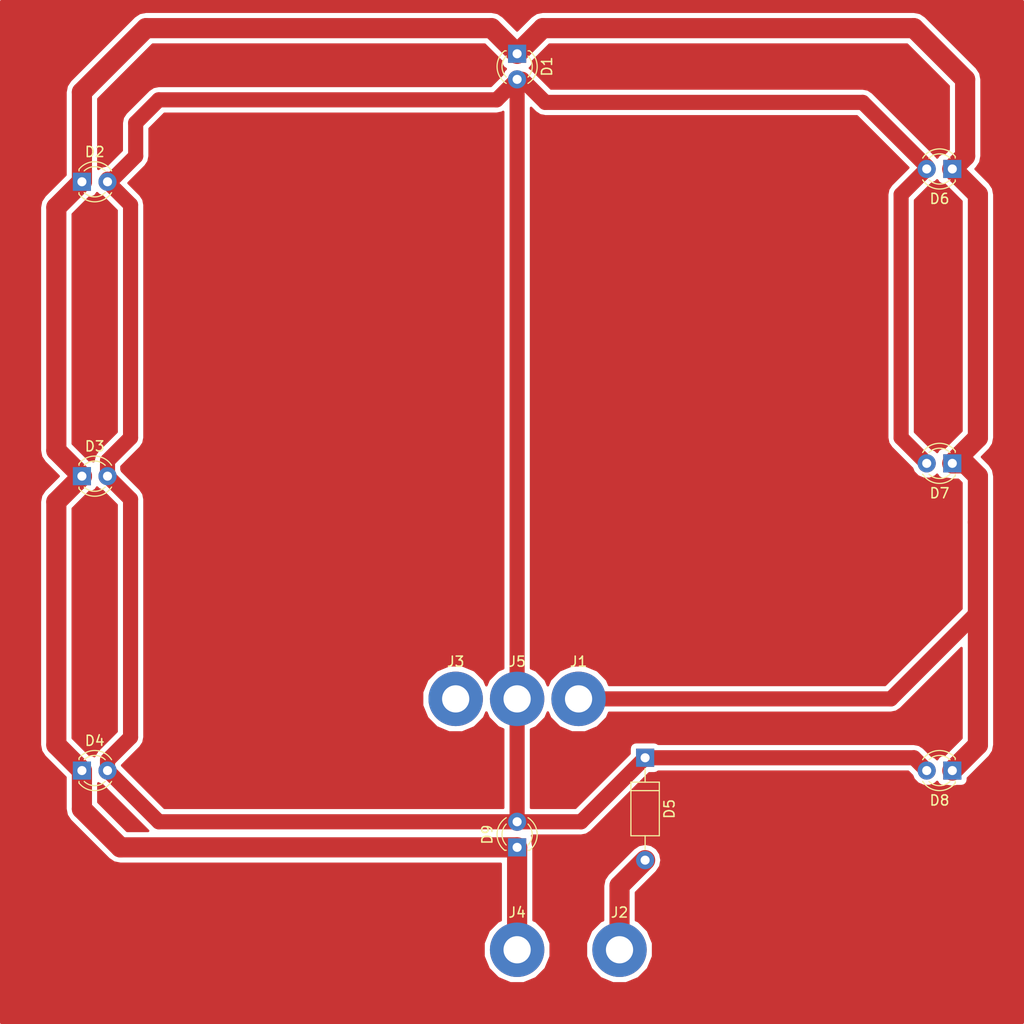
<source format=kicad_pcb>
(kicad_pcb (version 4) (host pcbnew 4.0.7)

  (general
    (links 19)
    (no_connects 0)
    (area 99.822 42.672 201.422001 144.272001)
    (thickness 1.6)
    (drawings 1)
    (tracks 65)
    (zones 0)
    (modules 14)
    (nets 5)
  )

  (page A4)
  (layers
    (0 F.Cu signal)
    (31 B.Cu signal)
    (32 B.Adhes user)
    (33 F.Adhes user)
    (34 B.Paste user)
    (35 F.Paste user)
    (36 B.SilkS user)
    (37 F.SilkS user)
    (38 B.Mask user)
    (39 F.Mask user)
    (40 Dwgs.User user)
    (41 Cmts.User user)
    (42 Eco1.User user)
    (43 Eco2.User user)
    (44 Edge.Cuts user)
    (45 Margin user)
    (46 B.CrtYd user)
    (47 F.CrtYd user)
    (48 B.Fab user)
    (49 F.Fab user)
  )

  (setup
    (last_trace_width 0.25)
    (trace_clearance 0.2)
    (zone_clearance 0.508)
    (zone_45_only yes)
    (trace_min 0.2)
    (segment_width 0.2)
    (edge_width 0.15)
    (via_size 0.6)
    (via_drill 0.4)
    (via_min_size 0.4)
    (via_min_drill 0.3)
    (uvia_size 0.3)
    (uvia_drill 0.1)
    (uvias_allowed no)
    (uvia_min_size 0.2)
    (uvia_min_drill 0.1)
    (pcb_text_width 0.3)
    (pcb_text_size 1.5 1.5)
    (mod_edge_width 0.15)
    (mod_text_size 1 1)
    (mod_text_width 0.15)
    (pad_size 1.524 1.524)
    (pad_drill 0.762)
    (pad_to_mask_clearance 0.2)
    (aux_axis_origin 0 0)
    (visible_elements 7FFFFFFF)
    (pcbplotparams
      (layerselection 0x00030_80000001)
      (usegerberextensions false)
      (excludeedgelayer true)
      (linewidth 0.100000)
      (plotframeref false)
      (viasonmask false)
      (mode 1)
      (useauxorigin false)
      (hpglpennumber 1)
      (hpglpenspeed 20)
      (hpglpendiameter 15)
      (hpglpenoverlay 2)
      (psnegative false)
      (psa4output false)
      (plotreference true)
      (plotvalue true)
      (plotinvisibletext false)
      (padsonsilk false)
      (subtractmaskfromsilk false)
      (outputformat 1)
      (mirror false)
      (drillshape 0)
      (scaleselection 1)
      (outputdirectory ""))
  )

  (net 0 "")
  (net 1 "Net-(D1-Pad1)")
  (net 2 "Net-(D1-Pad2)")
  (net 3 "Net-(D5-Pad2)")
  (net 4 +5V)

  (net_class Default "This is the default net class."
    (clearance 0.2)
    (trace_width 0.25)
    (via_dia 0.6)
    (via_drill 0.4)
    (uvia_dia 0.3)
    (uvia_drill 0.1)
  )

  (net_class gnd ""
    (clearance 0.2)
    (trace_width 2)
    (via_dia 0.6)
    (via_drill 0.4)
    (uvia_dia 0.3)
    (uvia_drill 0.1)
    (add_net "Net-(D5-Pad2)")
  )

  (net_class vcc ""
    (clearance 0.2)
    (trace_width 1.5)
    (via_dia 0.6)
    (via_drill 0.4)
    (uvia_dia 0.3)
    (uvia_drill 0.1)
    (add_net +5V)
    (add_net "Net-(D1-Pad1)")
    (add_net "Net-(D1-Pad2)")
  )

  (module LEDs:LED_D3.0mm (layer F.Cu) (tedit 587A3A7B) (tstamp 5A8872AB)
    (at 151.13 48.006 270)
    (descr "LED, diameter 3.0mm, 2 pins")
    (tags "LED diameter 3.0mm 2 pins")
    (path /5A81C869)
    (fp_text reference D1 (at 1.27 -2.96 270) (layer F.SilkS)
      (effects (font (size 1 1) (thickness 0.15)))
    )
    (fp_text value LED (at 1.27 2.96 270) (layer F.Fab)
      (effects (font (size 1 1) (thickness 0.15)))
    )
    (fp_arc (start 1.27 0) (end -0.23 -1.16619) (angle 284.3) (layer F.Fab) (width 0.1))
    (fp_arc (start 1.27 0) (end -0.29 -1.235516) (angle 108.8) (layer F.SilkS) (width 0.12))
    (fp_arc (start 1.27 0) (end -0.29 1.235516) (angle -108.8) (layer F.SilkS) (width 0.12))
    (fp_arc (start 1.27 0) (end 0.229039 -1.08) (angle 87.9) (layer F.SilkS) (width 0.12))
    (fp_arc (start 1.27 0) (end 0.229039 1.08) (angle -87.9) (layer F.SilkS) (width 0.12))
    (fp_circle (center 1.27 0) (end 2.77 0) (layer F.Fab) (width 0.1))
    (fp_line (start -0.23 -1.16619) (end -0.23 1.16619) (layer F.Fab) (width 0.1))
    (fp_line (start -0.29 -1.236) (end -0.29 -1.08) (layer F.SilkS) (width 0.12))
    (fp_line (start -0.29 1.08) (end -0.29 1.236) (layer F.SilkS) (width 0.12))
    (fp_line (start -1.15 -2.25) (end -1.15 2.25) (layer F.CrtYd) (width 0.05))
    (fp_line (start -1.15 2.25) (end 3.7 2.25) (layer F.CrtYd) (width 0.05))
    (fp_line (start 3.7 2.25) (end 3.7 -2.25) (layer F.CrtYd) (width 0.05))
    (fp_line (start 3.7 -2.25) (end -1.15 -2.25) (layer F.CrtYd) (width 0.05))
    (pad 1 thru_hole rect (at 0 0 270) (size 1.8 1.8) (drill 0.9) (layers *.Cu *.Mask)
      (net 1 "Net-(D1-Pad1)"))
    (pad 2 thru_hole circle (at 2.54 0 270) (size 1.8 1.8) (drill 0.9) (layers *.Cu *.Mask)
      (net 2 "Net-(D1-Pad2)"))
    (model ${KISYS3DMOD}/LEDs.3dshapes/LED_D3.0mm.wrl
      (at (xyz 0 0 0))
      (scale (xyz 0.393701 0.393701 0.393701))
      (rotate (xyz 0 0 0))
    )
  )

  (module LEDs:LED_D3.0mm (layer F.Cu) (tedit 587A3A7B) (tstamp 5A8872BE)
    (at 107.95 60.706)
    (descr "LED, diameter 3.0mm, 2 pins")
    (tags "LED diameter 3.0mm 2 pins")
    (path /5A81C90D)
    (fp_text reference D2 (at 1.27 -2.96) (layer F.SilkS)
      (effects (font (size 1 1) (thickness 0.15)))
    )
    (fp_text value LED (at 1.27 2.96) (layer F.Fab)
      (effects (font (size 1 1) (thickness 0.15)))
    )
    (fp_arc (start 1.27 0) (end -0.23 -1.16619) (angle 284.3) (layer F.Fab) (width 0.1))
    (fp_arc (start 1.27 0) (end -0.29 -1.235516) (angle 108.8) (layer F.SilkS) (width 0.12))
    (fp_arc (start 1.27 0) (end -0.29 1.235516) (angle -108.8) (layer F.SilkS) (width 0.12))
    (fp_arc (start 1.27 0) (end 0.229039 -1.08) (angle 87.9) (layer F.SilkS) (width 0.12))
    (fp_arc (start 1.27 0) (end 0.229039 1.08) (angle -87.9) (layer F.SilkS) (width 0.12))
    (fp_circle (center 1.27 0) (end 2.77 0) (layer F.Fab) (width 0.1))
    (fp_line (start -0.23 -1.16619) (end -0.23 1.16619) (layer F.Fab) (width 0.1))
    (fp_line (start -0.29 -1.236) (end -0.29 -1.08) (layer F.SilkS) (width 0.12))
    (fp_line (start -0.29 1.08) (end -0.29 1.236) (layer F.SilkS) (width 0.12))
    (fp_line (start -1.15 -2.25) (end -1.15 2.25) (layer F.CrtYd) (width 0.05))
    (fp_line (start -1.15 2.25) (end 3.7 2.25) (layer F.CrtYd) (width 0.05))
    (fp_line (start 3.7 2.25) (end 3.7 -2.25) (layer F.CrtYd) (width 0.05))
    (fp_line (start 3.7 -2.25) (end -1.15 -2.25) (layer F.CrtYd) (width 0.05))
    (pad 1 thru_hole rect (at 0 0) (size 1.8 1.8) (drill 0.9) (layers *.Cu *.Mask)
      (net 1 "Net-(D1-Pad1)"))
    (pad 2 thru_hole circle (at 2.54 0) (size 1.8 1.8) (drill 0.9) (layers *.Cu *.Mask)
      (net 2 "Net-(D1-Pad2)"))
    (model ${KISYS3DMOD}/LEDs.3dshapes/LED_D3.0mm.wrl
      (at (xyz 0 0 0))
      (scale (xyz 0.393701 0.393701 0.393701))
      (rotate (xyz 0 0 0))
    )
  )

  (module LEDs:LED_D3.0mm (layer F.Cu) (tedit 587A3A7B) (tstamp 5A8872D1)
    (at 107.95 89.916)
    (descr "LED, diameter 3.0mm, 2 pins")
    (tags "LED diameter 3.0mm 2 pins")
    (path /5A81CACC)
    (fp_text reference D3 (at 1.27 -2.96) (layer F.SilkS)
      (effects (font (size 1 1) (thickness 0.15)))
    )
    (fp_text value LED (at 1.27 2.96) (layer F.Fab)
      (effects (font (size 1 1) (thickness 0.15)))
    )
    (fp_arc (start 1.27 0) (end -0.23 -1.16619) (angle 284.3) (layer F.Fab) (width 0.1))
    (fp_arc (start 1.27 0) (end -0.29 -1.235516) (angle 108.8) (layer F.SilkS) (width 0.12))
    (fp_arc (start 1.27 0) (end -0.29 1.235516) (angle -108.8) (layer F.SilkS) (width 0.12))
    (fp_arc (start 1.27 0) (end 0.229039 -1.08) (angle 87.9) (layer F.SilkS) (width 0.12))
    (fp_arc (start 1.27 0) (end 0.229039 1.08) (angle -87.9) (layer F.SilkS) (width 0.12))
    (fp_circle (center 1.27 0) (end 2.77 0) (layer F.Fab) (width 0.1))
    (fp_line (start -0.23 -1.16619) (end -0.23 1.16619) (layer F.Fab) (width 0.1))
    (fp_line (start -0.29 -1.236) (end -0.29 -1.08) (layer F.SilkS) (width 0.12))
    (fp_line (start -0.29 1.08) (end -0.29 1.236) (layer F.SilkS) (width 0.12))
    (fp_line (start -1.15 -2.25) (end -1.15 2.25) (layer F.CrtYd) (width 0.05))
    (fp_line (start -1.15 2.25) (end 3.7 2.25) (layer F.CrtYd) (width 0.05))
    (fp_line (start 3.7 2.25) (end 3.7 -2.25) (layer F.CrtYd) (width 0.05))
    (fp_line (start 3.7 -2.25) (end -1.15 -2.25) (layer F.CrtYd) (width 0.05))
    (pad 1 thru_hole rect (at 0 0) (size 1.8 1.8) (drill 0.9) (layers *.Cu *.Mask)
      (net 1 "Net-(D1-Pad1)"))
    (pad 2 thru_hole circle (at 2.54 0) (size 1.8 1.8) (drill 0.9) (layers *.Cu *.Mask)
      (net 2 "Net-(D1-Pad2)"))
    (model ${KISYS3DMOD}/LEDs.3dshapes/LED_D3.0mm.wrl
      (at (xyz 0 0 0))
      (scale (xyz 0.393701 0.393701 0.393701))
      (rotate (xyz 0 0 0))
    )
  )

  (module LEDs:LED_D3.0mm (layer F.Cu) (tedit 587A3A7B) (tstamp 5A8872E4)
    (at 107.95 119.126)
    (descr "LED, diameter 3.0mm, 2 pins")
    (tags "LED diameter 3.0mm 2 pins")
    (path /5A81CAD2)
    (fp_text reference D4 (at 1.27 -2.96) (layer F.SilkS)
      (effects (font (size 1 1) (thickness 0.15)))
    )
    (fp_text value LED (at 1.27 2.96) (layer F.Fab)
      (effects (font (size 1 1) (thickness 0.15)))
    )
    (fp_arc (start 1.27 0) (end -0.23 -1.16619) (angle 284.3) (layer F.Fab) (width 0.1))
    (fp_arc (start 1.27 0) (end -0.29 -1.235516) (angle 108.8) (layer F.SilkS) (width 0.12))
    (fp_arc (start 1.27 0) (end -0.29 1.235516) (angle -108.8) (layer F.SilkS) (width 0.12))
    (fp_arc (start 1.27 0) (end 0.229039 -1.08) (angle 87.9) (layer F.SilkS) (width 0.12))
    (fp_arc (start 1.27 0) (end 0.229039 1.08) (angle -87.9) (layer F.SilkS) (width 0.12))
    (fp_circle (center 1.27 0) (end 2.77 0) (layer F.Fab) (width 0.1))
    (fp_line (start -0.23 -1.16619) (end -0.23 1.16619) (layer F.Fab) (width 0.1))
    (fp_line (start -0.29 -1.236) (end -0.29 -1.08) (layer F.SilkS) (width 0.12))
    (fp_line (start -0.29 1.08) (end -0.29 1.236) (layer F.SilkS) (width 0.12))
    (fp_line (start -1.15 -2.25) (end -1.15 2.25) (layer F.CrtYd) (width 0.05))
    (fp_line (start -1.15 2.25) (end 3.7 2.25) (layer F.CrtYd) (width 0.05))
    (fp_line (start 3.7 2.25) (end 3.7 -2.25) (layer F.CrtYd) (width 0.05))
    (fp_line (start 3.7 -2.25) (end -1.15 -2.25) (layer F.CrtYd) (width 0.05))
    (pad 1 thru_hole rect (at 0 0) (size 1.8 1.8) (drill 0.9) (layers *.Cu *.Mask)
      (net 1 "Net-(D1-Pad1)"))
    (pad 2 thru_hole circle (at 2.54 0) (size 1.8 1.8) (drill 0.9) (layers *.Cu *.Mask)
      (net 2 "Net-(D1-Pad2)"))
    (model ${KISYS3DMOD}/LEDs.3dshapes/LED_D3.0mm.wrl
      (at (xyz 0 0 0))
      (scale (xyz 0.393701 0.393701 0.393701))
      (rotate (xyz 0 0 0))
    )
  )

  (module Diodes_THT:D_A-405_P10.16mm_Horizontal (layer F.Cu) (tedit 5921392E) (tstamp 5A8872FD)
    (at 163.83 117.856 270)
    (descr "D, A-405 series, Axial, Horizontal, pin pitch=10.16mm, , length*diameter=5.2*2.7mm^2, , http://www.diodes.com/_files/packages/A-405.pdf")
    (tags "D A-405 series Axial Horizontal pin pitch 10.16mm  length 5.2mm diameter 2.7mm")
    (path /5A81D93B)
    (fp_text reference D5 (at 5.08 -2.41 270) (layer F.SilkS)
      (effects (font (size 1 1) (thickness 0.15)))
    )
    (fp_text value D (at 5.08 2.41 270) (layer F.Fab)
      (effects (font (size 1 1) (thickness 0.15)))
    )
    (fp_text user %R (at 5.08 0 270) (layer F.Fab)
      (effects (font (size 1 1) (thickness 0.15)))
    )
    (fp_line (start 2.48 -1.35) (end 2.48 1.35) (layer F.Fab) (width 0.1))
    (fp_line (start 2.48 1.35) (end 7.68 1.35) (layer F.Fab) (width 0.1))
    (fp_line (start 7.68 1.35) (end 7.68 -1.35) (layer F.Fab) (width 0.1))
    (fp_line (start 7.68 -1.35) (end 2.48 -1.35) (layer F.Fab) (width 0.1))
    (fp_line (start 0 0) (end 2.48 0) (layer F.Fab) (width 0.1))
    (fp_line (start 10.16 0) (end 7.68 0) (layer F.Fab) (width 0.1))
    (fp_line (start 3.26 -1.35) (end 3.26 1.35) (layer F.Fab) (width 0.1))
    (fp_line (start 2.42 -1.41) (end 2.42 1.41) (layer F.SilkS) (width 0.12))
    (fp_line (start 2.42 1.41) (end 7.74 1.41) (layer F.SilkS) (width 0.12))
    (fp_line (start 7.74 1.41) (end 7.74 -1.41) (layer F.SilkS) (width 0.12))
    (fp_line (start 7.74 -1.41) (end 2.42 -1.41) (layer F.SilkS) (width 0.12))
    (fp_line (start 1.08 0) (end 2.42 0) (layer F.SilkS) (width 0.12))
    (fp_line (start 9.08 0) (end 7.74 0) (layer F.SilkS) (width 0.12))
    (fp_line (start 3.26 -1.41) (end 3.26 1.41) (layer F.SilkS) (width 0.12))
    (fp_line (start -1.15 -1.7) (end -1.15 1.7) (layer F.CrtYd) (width 0.05))
    (fp_line (start -1.15 1.7) (end 11.35 1.7) (layer F.CrtYd) (width 0.05))
    (fp_line (start 11.35 1.7) (end 11.35 -1.7) (layer F.CrtYd) (width 0.05))
    (fp_line (start 11.35 -1.7) (end -1.15 -1.7) (layer F.CrtYd) (width 0.05))
    (pad 1 thru_hole rect (at 0 0 270) (size 1.8 1.8) (drill 0.9) (layers *.Cu *.Mask)
      (net 2 "Net-(D1-Pad2)"))
    (pad 2 thru_hole oval (at 10.16 0 270) (size 1.8 1.8) (drill 0.9) (layers *.Cu *.Mask)
      (net 3 "Net-(D5-Pad2)"))
    (model ${KISYS3DMOD}/Diodes_THT.3dshapes/D_A-405_P10.16mm_Horizontal.wrl
      (at (xyz 0 0 0))
      (scale (xyz 0.393701 0.393701 0.393701))
      (rotate (xyz 0 0 0))
    )
  )

  (module LEDs:LED_D3.0mm (layer F.Cu) (tedit 587A3A7B) (tstamp 5A887310)
    (at 194.31 59.436 180)
    (descr "LED, diameter 3.0mm, 2 pins")
    (tags "LED diameter 3.0mm 2 pins")
    (path /5A81CA0C)
    (fp_text reference D6 (at 1.27 -2.96 180) (layer F.SilkS)
      (effects (font (size 1 1) (thickness 0.15)))
    )
    (fp_text value LED (at 1.27 2.96 180) (layer F.Fab)
      (effects (font (size 1 1) (thickness 0.15)))
    )
    (fp_arc (start 1.27 0) (end -0.23 -1.16619) (angle 284.3) (layer F.Fab) (width 0.1))
    (fp_arc (start 1.27 0) (end -0.29 -1.235516) (angle 108.8) (layer F.SilkS) (width 0.12))
    (fp_arc (start 1.27 0) (end -0.29 1.235516) (angle -108.8) (layer F.SilkS) (width 0.12))
    (fp_arc (start 1.27 0) (end 0.229039 -1.08) (angle 87.9) (layer F.SilkS) (width 0.12))
    (fp_arc (start 1.27 0) (end 0.229039 1.08) (angle -87.9) (layer F.SilkS) (width 0.12))
    (fp_circle (center 1.27 0) (end 2.77 0) (layer F.Fab) (width 0.1))
    (fp_line (start -0.23 -1.16619) (end -0.23 1.16619) (layer F.Fab) (width 0.1))
    (fp_line (start -0.29 -1.236) (end -0.29 -1.08) (layer F.SilkS) (width 0.12))
    (fp_line (start -0.29 1.08) (end -0.29 1.236) (layer F.SilkS) (width 0.12))
    (fp_line (start -1.15 -2.25) (end -1.15 2.25) (layer F.CrtYd) (width 0.05))
    (fp_line (start -1.15 2.25) (end 3.7 2.25) (layer F.CrtYd) (width 0.05))
    (fp_line (start 3.7 2.25) (end 3.7 -2.25) (layer F.CrtYd) (width 0.05))
    (fp_line (start 3.7 -2.25) (end -1.15 -2.25) (layer F.CrtYd) (width 0.05))
    (pad 1 thru_hole rect (at 0 0 180) (size 1.8 1.8) (drill 0.9) (layers *.Cu *.Mask)
      (net 1 "Net-(D1-Pad1)"))
    (pad 2 thru_hole circle (at 2.54 0 180) (size 1.8 1.8) (drill 0.9) (layers *.Cu *.Mask)
      (net 2 "Net-(D1-Pad2)"))
    (model ${KISYS3DMOD}/LEDs.3dshapes/LED_D3.0mm.wrl
      (at (xyz 0 0 0))
      (scale (xyz 0.393701 0.393701 0.393701))
      (rotate (xyz 0 0 0))
    )
  )

  (module LEDs:LED_D3.0mm (layer F.Cu) (tedit 587A3A7B) (tstamp 5A887323)
    (at 194.31 88.646 180)
    (descr "LED, diameter 3.0mm, 2 pins")
    (tags "LED diameter 3.0mm 2 pins")
    (path /5A81CA12)
    (fp_text reference D7 (at 1.27 -2.96 180) (layer F.SilkS)
      (effects (font (size 1 1) (thickness 0.15)))
    )
    (fp_text value LED (at 1.27 2.96 180) (layer F.Fab)
      (effects (font (size 1 1) (thickness 0.15)))
    )
    (fp_arc (start 1.27 0) (end -0.23 -1.16619) (angle 284.3) (layer F.Fab) (width 0.1))
    (fp_arc (start 1.27 0) (end -0.29 -1.235516) (angle 108.8) (layer F.SilkS) (width 0.12))
    (fp_arc (start 1.27 0) (end -0.29 1.235516) (angle -108.8) (layer F.SilkS) (width 0.12))
    (fp_arc (start 1.27 0) (end 0.229039 -1.08) (angle 87.9) (layer F.SilkS) (width 0.12))
    (fp_arc (start 1.27 0) (end 0.229039 1.08) (angle -87.9) (layer F.SilkS) (width 0.12))
    (fp_circle (center 1.27 0) (end 2.77 0) (layer F.Fab) (width 0.1))
    (fp_line (start -0.23 -1.16619) (end -0.23 1.16619) (layer F.Fab) (width 0.1))
    (fp_line (start -0.29 -1.236) (end -0.29 -1.08) (layer F.SilkS) (width 0.12))
    (fp_line (start -0.29 1.08) (end -0.29 1.236) (layer F.SilkS) (width 0.12))
    (fp_line (start -1.15 -2.25) (end -1.15 2.25) (layer F.CrtYd) (width 0.05))
    (fp_line (start -1.15 2.25) (end 3.7 2.25) (layer F.CrtYd) (width 0.05))
    (fp_line (start 3.7 2.25) (end 3.7 -2.25) (layer F.CrtYd) (width 0.05))
    (fp_line (start 3.7 -2.25) (end -1.15 -2.25) (layer F.CrtYd) (width 0.05))
    (pad 1 thru_hole rect (at 0 0 180) (size 1.8 1.8) (drill 0.9) (layers *.Cu *.Mask)
      (net 1 "Net-(D1-Pad1)"))
    (pad 2 thru_hole circle (at 2.54 0 180) (size 1.8 1.8) (drill 0.9) (layers *.Cu *.Mask)
      (net 2 "Net-(D1-Pad2)"))
    (model ${KISYS3DMOD}/LEDs.3dshapes/LED_D3.0mm.wrl
      (at (xyz 0 0 0))
      (scale (xyz 0.393701 0.393701 0.393701))
      (rotate (xyz 0 0 0))
    )
  )

  (module LEDs:LED_D3.0mm (layer F.Cu) (tedit 587A3A7B) (tstamp 5A887336)
    (at 194.31 119.126 180)
    (descr "LED, diameter 3.0mm, 2 pins")
    (tags "LED diameter 3.0mm 2 pins")
    (path /5A81CAD8)
    (fp_text reference D8 (at 1.27 -2.96 180) (layer F.SilkS)
      (effects (font (size 1 1) (thickness 0.15)))
    )
    (fp_text value LED (at 1.27 2.96 180) (layer F.Fab)
      (effects (font (size 1 1) (thickness 0.15)))
    )
    (fp_arc (start 1.27 0) (end -0.23 -1.16619) (angle 284.3) (layer F.Fab) (width 0.1))
    (fp_arc (start 1.27 0) (end -0.29 -1.235516) (angle 108.8) (layer F.SilkS) (width 0.12))
    (fp_arc (start 1.27 0) (end -0.29 1.235516) (angle -108.8) (layer F.SilkS) (width 0.12))
    (fp_arc (start 1.27 0) (end 0.229039 -1.08) (angle 87.9) (layer F.SilkS) (width 0.12))
    (fp_arc (start 1.27 0) (end 0.229039 1.08) (angle -87.9) (layer F.SilkS) (width 0.12))
    (fp_circle (center 1.27 0) (end 2.77 0) (layer F.Fab) (width 0.1))
    (fp_line (start -0.23 -1.16619) (end -0.23 1.16619) (layer F.Fab) (width 0.1))
    (fp_line (start -0.29 -1.236) (end -0.29 -1.08) (layer F.SilkS) (width 0.12))
    (fp_line (start -0.29 1.08) (end -0.29 1.236) (layer F.SilkS) (width 0.12))
    (fp_line (start -1.15 -2.25) (end -1.15 2.25) (layer F.CrtYd) (width 0.05))
    (fp_line (start -1.15 2.25) (end 3.7 2.25) (layer F.CrtYd) (width 0.05))
    (fp_line (start 3.7 2.25) (end 3.7 -2.25) (layer F.CrtYd) (width 0.05))
    (fp_line (start 3.7 -2.25) (end -1.15 -2.25) (layer F.CrtYd) (width 0.05))
    (pad 1 thru_hole rect (at 0 0 180) (size 1.8 1.8) (drill 0.9) (layers *.Cu *.Mask)
      (net 1 "Net-(D1-Pad1)"))
    (pad 2 thru_hole circle (at 2.54 0 180) (size 1.8 1.8) (drill 0.9) (layers *.Cu *.Mask)
      (net 2 "Net-(D1-Pad2)"))
    (model ${KISYS3DMOD}/LEDs.3dshapes/LED_D3.0mm.wrl
      (at (xyz 0 0 0))
      (scale (xyz 0.393701 0.393701 0.393701))
      (rotate (xyz 0 0 0))
    )
  )

  (module LEDs:LED_D3.0mm (layer F.Cu) (tedit 587A3A7B) (tstamp 5A887349)
    (at 151.13 126.746 90)
    (descr "LED, diameter 3.0mm, 2 pins")
    (tags "LED diameter 3.0mm 2 pins")
    (path /5A81CADE)
    (fp_text reference D9 (at 1.27 -2.96 90) (layer F.SilkS)
      (effects (font (size 1 1) (thickness 0.15)))
    )
    (fp_text value LED (at 1.27 2.96 90) (layer F.Fab)
      (effects (font (size 1 1) (thickness 0.15)))
    )
    (fp_arc (start 1.27 0) (end -0.23 -1.16619) (angle 284.3) (layer F.Fab) (width 0.1))
    (fp_arc (start 1.27 0) (end -0.29 -1.235516) (angle 108.8) (layer F.SilkS) (width 0.12))
    (fp_arc (start 1.27 0) (end -0.29 1.235516) (angle -108.8) (layer F.SilkS) (width 0.12))
    (fp_arc (start 1.27 0) (end 0.229039 -1.08) (angle 87.9) (layer F.SilkS) (width 0.12))
    (fp_arc (start 1.27 0) (end 0.229039 1.08) (angle -87.9) (layer F.SilkS) (width 0.12))
    (fp_circle (center 1.27 0) (end 2.77 0) (layer F.Fab) (width 0.1))
    (fp_line (start -0.23 -1.16619) (end -0.23 1.16619) (layer F.Fab) (width 0.1))
    (fp_line (start -0.29 -1.236) (end -0.29 -1.08) (layer F.SilkS) (width 0.12))
    (fp_line (start -0.29 1.08) (end -0.29 1.236) (layer F.SilkS) (width 0.12))
    (fp_line (start -1.15 -2.25) (end -1.15 2.25) (layer F.CrtYd) (width 0.05))
    (fp_line (start -1.15 2.25) (end 3.7 2.25) (layer F.CrtYd) (width 0.05))
    (fp_line (start 3.7 2.25) (end 3.7 -2.25) (layer F.CrtYd) (width 0.05))
    (fp_line (start 3.7 -2.25) (end -1.15 -2.25) (layer F.CrtYd) (width 0.05))
    (pad 1 thru_hole rect (at 0 0 90) (size 1.8 1.8) (drill 0.9) (layers *.Cu *.Mask)
      (net 1 "Net-(D1-Pad1)"))
    (pad 2 thru_hole circle (at 2.54 0 90) (size 1.8 1.8) (drill 0.9) (layers *.Cu *.Mask)
      (net 2 "Net-(D1-Pad2)"))
    (model ${KISYS3DMOD}/LEDs.3dshapes/LED_D3.0mm.wrl
      (at (xyz 0 0 0))
      (scale (xyz 0.393701 0.393701 0.393701))
      (rotate (xyz 0 0 0))
    )
  )

  (module Mounting_Holes:MountingHole_2.7mm_M2.5_Pad (layer F.Cu) (tedit 56D1B4CB) (tstamp 5A887351)
    (at 157.226 112.014)
    (descr "Mounting Hole 2.7mm, M2.5")
    (tags "mounting hole 2.7mm m2.5")
    (path /5A81DAD9)
    (attr virtual)
    (fp_text reference J1 (at 0 -3.7) (layer F.SilkS)
      (effects (font (size 1 1) (thickness 0.15)))
    )
    (fp_text value GND (at 0 3.7) (layer F.Fab)
      (effects (font (size 1 1) (thickness 0.15)))
    )
    (fp_text user %R (at 0.3 0) (layer F.Fab)
      (effects (font (size 1 1) (thickness 0.15)))
    )
    (fp_circle (center 0 0) (end 2.7 0) (layer Cmts.User) (width 0.15))
    (fp_circle (center 0 0) (end 2.95 0) (layer F.CrtYd) (width 0.05))
    (pad 1 thru_hole circle (at 0 0) (size 5.4 5.4) (drill 2.7) (layers *.Cu *.Mask)
      (net 1 "Net-(D1-Pad1)"))
  )

  (module Mounting_Holes:MountingHole_2.7mm_M2.5_Pad (layer F.Cu) (tedit 56D1B4CB) (tstamp 5A887359)
    (at 161.29 136.906)
    (descr "Mounting Hole 2.7mm, M2.5")
    (tags "mounting hole 2.7mm m2.5")
    (path /5A81DBBE)
    (attr virtual)
    (fp_text reference J2 (at 0 -3.7) (layer F.SilkS)
      (effects (font (size 1 1) (thickness 0.15)))
    )
    (fp_text value Vcc (at 0 3.7) (layer F.Fab)
      (effects (font (size 1 1) (thickness 0.15)))
    )
    (fp_text user %R (at 0.3 0) (layer F.Fab)
      (effects (font (size 1 1) (thickness 0.15)))
    )
    (fp_circle (center 0 0) (end 2.7 0) (layer Cmts.User) (width 0.15))
    (fp_circle (center 0 0) (end 2.95 0) (layer F.CrtYd) (width 0.05))
    (pad 1 thru_hole circle (at 0 0) (size 5.4 5.4) (drill 2.7) (layers *.Cu *.Mask)
      (net 3 "Net-(D5-Pad2)"))
  )

  (module Mounting_Holes:MountingHole_2.7mm_M2.5_Pad (layer F.Cu) (tedit 56D1B4CB) (tstamp 5A887361)
    (at 145.034 112.014)
    (descr "Mounting Hole 2.7mm, M2.5")
    (tags "mounting hole 2.7mm m2.5")
    (path /5A81DCD9)
    (attr virtual)
    (fp_text reference J3 (at 0 -3.7) (layer F.SilkS)
      (effects (font (size 1 1) (thickness 0.15)))
    )
    (fp_text value D0 (at 0 3.7) (layer F.Fab)
      (effects (font (size 1 1) (thickness 0.15)))
    )
    (fp_text user %R (at 0.3 0) (layer F.Fab)
      (effects (font (size 1 1) (thickness 0.15)))
    )
    (fp_circle (center 0 0) (end 2.7 0) (layer Cmts.User) (width 0.15))
    (fp_circle (center 0 0) (end 2.95 0) (layer F.CrtYd) (width 0.05))
    (pad 1 thru_hole circle (at 0 0) (size 5.4 5.4) (drill 2.7) (layers *.Cu *.Mask)
      (net 4 +5V))
  )

  (module Mounting_Holes:MountingHole_2.7mm_M2.5_Pad (layer F.Cu) (tedit 56D1B4CB) (tstamp 5A887369)
    (at 151.13 136.906)
    (descr "Mounting Hole 2.7mm, M2.5")
    (tags "mounting hole 2.7mm m2.5")
    (path /5A81DD58)
    (attr virtual)
    (fp_text reference J4 (at 0 -3.7) (layer F.SilkS)
      (effects (font (size 1 1) (thickness 0.15)))
    )
    (fp_text value GND (at 0 3.7) (layer F.Fab)
      (effects (font (size 1 1) (thickness 0.15)))
    )
    (fp_text user %R (at 0.3 0) (layer F.Fab)
      (effects (font (size 1 1) (thickness 0.15)))
    )
    (fp_circle (center 0 0) (end 2.7 0) (layer Cmts.User) (width 0.15))
    (fp_circle (center 0 0) (end 2.95 0) (layer F.CrtYd) (width 0.05))
    (pad 1 thru_hole circle (at 0 0) (size 5.4 5.4) (drill 2.7) (layers *.Cu *.Mask)
      (net 1 "Net-(D1-Pad1)"))
  )

  (module Mounting_Holes:MountingHole_2.7mm_M2.5_Pad (layer F.Cu) (tedit 56D1B4CB) (tstamp 5A887371)
    (at 151.13 112.014)
    (descr "Mounting Hole 2.7mm, M2.5")
    (tags "mounting hole 2.7mm m2.5")
    (path /5A81DDDF)
    (attr virtual)
    (fp_text reference J5 (at 0 -3.7) (layer F.SilkS)
      (effects (font (size 1 1) (thickness 0.15)))
    )
    (fp_text value Vcc (at 0 3.7) (layer F.Fab)
      (effects (font (size 1 1) (thickness 0.15)))
    )
    (fp_text user %R (at 0.3 0) (layer F.Fab)
      (effects (font (size 1 1) (thickness 0.15)))
    )
    (fp_circle (center 0 0) (end 2.7 0) (layer Cmts.User) (width 0.15))
    (fp_circle (center 0 0) (end 2.95 0) (layer F.CrtYd) (width 0.05))
    (pad 1 thru_hole circle (at 0 0) (size 5.4 5.4) (drill 2.7) (layers *.Cu *.Mask)
      (net 2 "Net-(D1-Pad2)"))
  )

  (gr_text "EnVision_LAB\nKIDZI" (at 191.77 140.97) (layer F.Mask)
    (effects (font (size 1.5 1.5) (thickness 0.3)))
  )

  (segment (start 157.226 112.014) (end 188.214 112.014) (width 1.5) (layer F.Cu) (net 1))
  (segment (start 188.214 112.014) (end 196.85 103.378) (width 1.5) (layer F.Cu) (net 1) (tstamp 5A8ADEE6))
  (segment (start 156.972 112.014) (end 156.718 111.76) (width 1.5) (layer F.Cu) (net 1) (tstamp 5A8ADE9F))
  (segment (start 151.13 126.746) (end 111.76 126.746) (width 2) (layer F.Cu) (net 1))
  (segment (start 107.95 122.936) (end 107.95 119.126) (width 2) (layer F.Cu) (net 1) (tstamp 5A8AD302))
  (segment (start 111.76 126.746) (end 107.95 122.936) (width 2) (layer F.Cu) (net 1) (tstamp 5A8AD2FA))
  (segment (start 107.95 119.126) (end 105.41 116.586) (width 2) (layer F.Cu) (net 1) (tstamp 5A8AD305))
  (segment (start 105.41 92.456) (end 107.95 89.916) (width 2) (layer F.Cu) (net 1) (tstamp 5A8AD311))
  (segment (start 105.41 116.586) (end 105.41 92.456) (width 2) (layer F.Cu) (net 1) (tstamp 5A8AD306))
  (segment (start 107.95 89.916) (end 105.41 87.376) (width 2) (layer F.Cu) (net 1) (tstamp 5A8AD314))
  (segment (start 105.41 87.376) (end 105.41 63.246) (width 2) (layer F.Cu) (net 1) (tstamp 5A8AD318))
  (segment (start 105.41 63.246) (end 107.95 60.706) (width 2) (layer F.Cu) (net 1) (tstamp 5A8AD31B))
  (segment (start 107.95 60.706) (end 107.95 51.816) (width 2) (layer F.Cu) (net 1) (tstamp 5A8AD320))
  (segment (start 107.95 51.816) (end 114.3 45.466) (width 2) (layer F.Cu) (net 1) (tstamp 5A8AD324))
  (segment (start 114.3 45.466) (end 148.59 45.466) (width 2) (layer F.Cu) (net 1) (tstamp 5A8AD326))
  (segment (start 148.59 45.466) (end 151.13 48.006) (width 2) (layer F.Cu) (net 1) (tstamp 5A8AD32B))
  (segment (start 151.13 48.006) (end 153.67 45.466) (width 2) (layer F.Cu) (net 1) (tstamp 5A8AD32C))
  (segment (start 153.67 45.466) (end 190.5 45.466) (width 2) (layer F.Cu) (net 1) (tstamp 5A8AD32D))
  (segment (start 190.5 45.466) (end 195.58 50.546) (width 2) (layer F.Cu) (net 1) (tstamp 5A8AD331))
  (segment (start 195.58 50.546) (end 195.58 58.166) (width 2) (layer F.Cu) (net 1) (tstamp 5A8AD338))
  (segment (start 195.58 58.166) (end 194.31 59.436) (width 2) (layer F.Cu) (net 1) (tstamp 5A8AD33D))
  (segment (start 194.31 59.436) (end 196.85 61.976) (width 2) (layer F.Cu) (net 1) (tstamp 5A8AD33E))
  (segment (start 196.85 61.976) (end 196.85 86.106) (width 2) (layer F.Cu) (net 1) (tstamp 5A8AD341))
  (segment (start 196.85 86.106) (end 194.31 88.646) (width 2) (layer F.Cu) (net 1) (tstamp 5A8AD344))
  (segment (start 194.31 88.646) (end 195.58 88.646) (width 2) (layer F.Cu) (net 1) (tstamp 5A8AD347))
  (segment (start 196.85 94.488) (end 196.85 103.378) (width 2) (layer F.Cu) (net 1) (tstamp 5A8AD3BF))
  (segment (start 196.85 89.916) (end 196.85 94.488) (width 2) (layer F.Cu) (net 1) (tstamp 5A8AD34D))
  (segment (start 195.58 88.646) (end 196.85 89.916) (width 2) (layer F.Cu) (net 1) (tstamp 5A8AD348))
  (segment (start 196.85 103.378) (end 196.85 116.586) (width 2) (layer F.Cu) (net 1) (tstamp 5A8AD788))
  (segment (start 196.85 116.586) (end 194.31 119.126) (width 2) (layer F.Cu) (net 1) (tstamp 5A8AD355))
  (segment (start 151.13 136.906) (end 151.13 126.746) (width 2) (layer F.Cu) (net 1))
  (segment (start 151.13 112.014) (end 151.13 50.546) (width 1.5) (layer F.Cu) (net 2))
  (segment (start 110.49 119.126) (end 110.49 118.11) (width 1.5) (layer F.Cu) (net 2))
  (segment (start 112.776 92.202) (end 110.49 89.916) (width 1.5) (layer F.Cu) (net 2) (tstamp 5A8ADE43))
  (segment (start 112.776 115.824) (end 112.776 92.202) (width 1.5) (layer F.Cu) (net 2) (tstamp 5A8ADE3E))
  (segment (start 110.49 118.11) (end 112.776 115.824) (width 1.5) (layer F.Cu) (net 2) (tstamp 5A8ADE3D))
  (segment (start 110.49 89.916) (end 110.49 88.392) (width 1.5) (layer F.Cu) (net 2) (tstamp 5A8ADE44))
  (segment (start 112.776 62.992) (end 110.49 60.706) (width 1.5) (layer F.Cu) (net 2) (tstamp 5A8ADE4A))
  (segment (start 112.776 86.106) (end 112.776 62.992) (width 1.5) (layer F.Cu) (net 2) (tstamp 5A8ADE46))
  (segment (start 110.49 88.392) (end 112.776 86.106) (width 1.5) (layer F.Cu) (net 2) (tstamp 5A8ADE45))
  (segment (start 189.23 86.106) (end 191.77 88.646) (width 1.5) (layer F.Cu) (net 2) (tstamp 5A8ADC79))
  (segment (start 189.23 61.976) (end 189.23 86.106) (width 1.5) (layer F.Cu) (net 2) (tstamp 5A8ADC75))
  (segment (start 191.77 59.436) (end 189.23 61.976) (width 1.5) (layer F.Cu) (net 2) (tstamp 5A8ADC74))
  (segment (start 191.77 59.182) (end 191.77 59.436) (width 1.5) (layer F.Cu) (net 2) (tstamp 5A8ADC73))
  (segment (start 185.42 52.832) (end 191.77 59.182) (width 1.5) (layer F.Cu) (net 2) (tstamp 5A8ADC70))
  (segment (start 153.924 52.832) (end 185.42 52.832) (width 1.5) (layer F.Cu) (net 2) (tstamp 5A8ADC6E))
  (segment (start 151.638 50.546) (end 153.924 52.832) (width 1.5) (layer F.Cu) (net 2) (tstamp 5A8ADC6C))
  (segment (start 151.13 50.546) (end 151.638 50.546) (width 1.5) (layer F.Cu) (net 2) (tstamp 5A8ADC66))
  (segment (start 149.098 52.578) (end 151.13 50.546) (width 1.5) (layer F.Cu) (net 2) (tstamp 5A8ADC65))
  (segment (start 110.744 60.706) (end 113.284 58.166) (width 1.5) (layer F.Cu) (net 2) (tstamp 5A8ADC52))
  (segment (start 113.284 58.166) (end 113.284 54.864) (width 1.5) (layer F.Cu) (net 2) (tstamp 5A8ADC5C))
  (segment (start 113.284 54.864) (end 115.57 52.578) (width 1.5) (layer F.Cu) (net 2) (tstamp 5A8ADC5D))
  (segment (start 115.57 52.578) (end 149.098 52.578) (width 1.5) (layer F.Cu) (net 2) (tstamp 5A8ADC60))
  (segment (start 110.49 60.706) (end 110.744 60.706) (width 1.5) (layer F.Cu) (net 2))
  (segment (start 151.13 124.206) (end 115.57 124.206) (width 1.5) (layer F.Cu) (net 2))
  (segment (start 115.57 124.206) (end 110.49 119.126) (width 1.5) (layer F.Cu) (net 2) (tstamp 5A8ADC1B))
  (segment (start 151.13 124.206) (end 150.876 124.206) (width 1.5) (layer F.Cu) (net 2))
  (segment (start 110.49 60.706) (end 110.49 60.452) (width 1.5) (layer F.Cu) (net 2) (tstamp 5A8AD935))
  (segment (start 163.83 117.856) (end 190.5 117.856) (width 1.5) (layer F.Cu) (net 2))
  (segment (start 190.5 117.856) (end 191.77 119.126) (width 1.5) (layer F.Cu) (net 2) (tstamp 5A8AD903))
  (segment (start 151.13 124.206) (end 157.48 124.206) (width 1.5) (layer F.Cu) (net 2))
  (segment (start 157.48 124.206) (end 163.83 117.856) (width 1.5) (layer F.Cu) (net 2) (tstamp 5A8AD8FD))
  (segment (start 151.13 124.206) (end 151.13 112.014) (width 1.5) (layer F.Cu) (net 2))
  (segment (start 161.29 136.906) (end 161.29 130.556) (width 2) (layer F.Cu) (net 3))
  (segment (start 161.29 130.556) (end 163.83 128.016) (width 2) (layer F.Cu) (net 3) (tstamp 5A8ADD28))

  (zone (net 0) (net_name "") (layer F.Cu) (tstamp 5A8AE1A2) (hatch edge 0.508)
    (connect_pads (clearance 0.508))
    (min_thickness 0.254)
    (fill yes (arc_segments 16) (thermal_gap 0.508) (thermal_bridge_width 0.508) (smoothing chamfer))
    (polygon
      (pts
        (xy 201.422 144.272) (xy 99.822 144.272) (xy 99.822 42.672) (xy 201.422 42.672)
      )
    )
    (filled_polygon
      (pts
        (xy 201.295 144.145) (xy 99.949 144.145) (xy 99.949 63.246) (xy 103.774999 63.246) (xy 103.775 63.246005)
        (xy 103.775 87.375995) (xy 103.774999 87.376) (xy 103.899457 88.001688) (xy 104.25388 88.53212) (xy 105.637761 89.916)
        (xy 104.25388 91.29988) (xy 103.899457 91.830312) (xy 103.774999 92.456) (xy 103.775 92.456005) (xy 103.775 116.585995)
        (xy 103.774999 116.586) (xy 103.899457 117.211688) (xy 104.25388 117.74212) (xy 106.315 119.803239) (xy 106.315 122.935995)
        (xy 106.314999 122.936) (xy 106.439457 123.561688) (xy 106.79388 124.09212) (xy 110.603878 127.902117) (xy 110.60388 127.90212)
        (xy 110.91513 128.11009) (xy 111.134313 128.256543) (xy 111.76 128.381001) (xy 111.760005 128.381) (xy 149.495 128.381)
        (xy 149.495 133.973093) (xy 149.243342 134.077076) (xy 148.304373 135.014407) (xy 147.79558 136.239717) (xy 147.794422 137.566462)
        (xy 148.301076 138.792658) (xy 149.238407 139.731627) (xy 150.463717 140.24042) (xy 151.790462 140.241578) (xy 153.016658 139.734924)
        (xy 153.955627 138.797593) (xy 154.46442 137.572283) (xy 154.464425 137.566462) (xy 157.954422 137.566462) (xy 158.461076 138.792658)
        (xy 159.398407 139.731627) (xy 160.623717 140.24042) (xy 161.950462 140.241578) (xy 163.176658 139.734924) (xy 164.115627 138.797593)
        (xy 164.62442 137.572283) (xy 164.625578 136.245538) (xy 164.118924 135.019342) (xy 163.181593 134.080373) (xy 162.925 133.973826)
        (xy 162.925 131.23324) (xy 164.986119 129.17212) (xy 165.340542 128.641688) (xy 165.465 128.016) (xy 165.340542 127.390313)
        (xy 164.986119 126.859881) (xy 164.455687 126.505458) (xy 163.83 126.381) (xy 163.204312 126.505458) (xy 162.67388 126.859881)
        (xy 160.13388 129.39988) (xy 159.779457 129.930312) (xy 159.654999 130.556) (xy 159.655 130.556005) (xy 159.655 133.973093)
        (xy 159.403342 134.077076) (xy 158.464373 135.014407) (xy 157.95558 136.239717) (xy 157.954422 137.566462) (xy 154.464425 137.566462)
        (xy 154.465578 136.245538) (xy 153.958924 135.019342) (xy 153.021593 134.080373) (xy 152.765 133.973826) (xy 152.765 126.746)
        (xy 152.67744 126.305807) (xy 152.67744 125.846) (xy 152.633162 125.610683) (xy 152.620496 125.591) (xy 157.48 125.591)
        (xy 158.010017 125.485573) (xy 158.459343 125.185343) (xy 164.241246 119.40344) (xy 164.73 119.40344) (xy 164.965317 119.359162)
        (xy 165.148946 119.241) (xy 189.926314 119.241) (xy 190.31883 119.633516) (xy 190.467932 119.994371) (xy 190.899357 120.426551)
        (xy 191.46333 120.660733) (xy 192.073991 120.661265) (xy 192.638371 120.428068) (xy 192.806613 120.26012) (xy 192.806838 120.261317)
        (xy 192.94591 120.477441) (xy 193.15811 120.622431) (xy 193.41 120.67344) (xy 193.869804 120.67344) (xy 194.31 120.761001)
        (xy 194.750196 120.67344) (xy 195.21 120.67344) (xy 195.445317 120.629162) (xy 195.661441 120.49009) (xy 195.806431 120.27789)
        (xy 195.85744 120.026) (xy 195.85744 119.8908) (xy 198.006117 117.742122) (xy 198.00612 117.74212) (xy 198.360543 117.211687)
        (xy 198.485 116.586) (xy 198.485 89.916) (xy 198.424532 89.612009) (xy 198.360543 89.290312) (xy 198.177253 89.016)
        (xy 198.00612 88.75988) (xy 198.006117 88.759878) (xy 197.257239 88.011) (xy 198.006117 87.262122) (xy 198.00612 87.26212)
        (xy 198.360543 86.731687) (xy 198.485 86.106) (xy 198.485 61.976) (xy 198.360543 61.350313) (xy 198.00612 60.81988)
        (xy 198.006117 60.819878) (xy 196.622239 59.436) (xy 196.736117 59.322122) (xy 196.73612 59.32212) (xy 196.948581 59.004149)
        (xy 197.090543 58.791688) (xy 197.215 58.166) (xy 197.215 50.546005) (xy 197.215001 50.546) (xy 197.090543 49.920312)
        (xy 196.73612 49.38988) (xy 191.65612 44.30988) (xy 191.125688 43.955457) (xy 190.5 43.830999) (xy 190.499995 43.831)
        (xy 153.67 43.831) (xy 153.044313 43.955457) (xy 152.51388 44.30988) (xy 152.513878 44.309883) (xy 151.13 45.693761)
        (xy 149.74612 44.30988) (xy 149.215688 43.955457) (xy 148.59 43.830999) (xy 148.589995 43.831) (xy 114.3 43.831)
        (xy 113.674312 43.955457) (xy 113.14388 44.30988) (xy 106.79388 50.65988) (xy 106.439457 51.190312) (xy 106.314999 51.816)
        (xy 106.315 51.816005) (xy 106.315 60.028761) (xy 104.25388 62.08988) (xy 103.899457 62.620312) (xy 103.774999 63.246)
        (xy 99.949 63.246) (xy 99.949 42.799) (xy 201.295 42.799)
      )
    )
    (filled_polygon
      (pts
        (xy 109.619357 120.426551) (xy 109.982765 120.577451) (xy 114.516314 125.111) (xy 112.437239 125.111) (xy 109.585 122.25876)
        (xy 109.585 120.392134)
      )
    )
    (filled_polygon
      (pts
        (xy 195.215 115.908761) (xy 193.5452 117.57856) (xy 193.41 117.57856) (xy 193.174683 117.622838) (xy 192.958559 117.76191)
        (xy 192.813569 117.97411) (xy 192.809433 117.994534) (xy 192.640643 117.825449) (xy 192.277235 117.674549) (xy 191.479343 116.876657)
        (xy 191.221108 116.70411) (xy 191.030017 116.576427) (xy 190.5 116.471) (xy 165.144975 116.471) (xy 164.98189 116.359569)
        (xy 164.73 116.30856) (xy 162.93 116.30856) (xy 162.694683 116.352838) (xy 162.478559 116.49191) (xy 162.333569 116.70411)
        (xy 162.28256 116.956) (xy 162.28256 117.444754) (xy 156.906314 122.821) (xy 152.515 122.821) (xy 152.515 115.050205)
        (xy 153.016658 114.842924) (xy 153.955627 113.905593) (xy 154.177918 113.370256) (xy 154.397076 113.900658) (xy 155.334407 114.839627)
        (xy 156.559717 115.34842) (xy 157.886462 115.349578) (xy 159.112658 114.842924) (xy 160.051627 113.905593) (xy 160.261983 113.399)
        (xy 188.214 113.399) (xy 188.744017 113.293573) (xy 189.193343 112.993343) (xy 195.215 106.971686)
      )
    )
    (filled_polygon
      (pts
        (xy 149.745 108.977795) (xy 149.243342 109.185076) (xy 148.304373 110.122407) (xy 148.082082 110.657744) (xy 147.862924 110.127342)
        (xy 146.925593 109.188373) (xy 145.700283 108.67958) (xy 144.373538 108.678422) (xy 143.147342 109.185076) (xy 142.208373 110.122407)
        (xy 141.69958 111.347717) (xy 141.698422 112.674462) (xy 142.205076 113.900658) (xy 143.142407 114.839627) (xy 144.367717 115.34842)
        (xy 145.694462 115.349578) (xy 146.920658 114.842924) (xy 147.859627 113.905593) (xy 148.081918 113.370256) (xy 148.301076 113.900658)
        (xy 149.238407 114.839627) (xy 149.745 115.049983) (xy 149.745 122.821) (xy 116.143686 122.821) (xy 111.94117 118.618484)
        (xy 111.940887 118.617799) (xy 113.755343 116.803343) (xy 113.954984 116.504559) (xy 114.055573 116.354017) (xy 114.161 115.824)
        (xy 114.161 92.202) (xy 114.055573 91.671983) (xy 113.755343 91.222657) (xy 111.94117 89.408484) (xy 111.875 89.24834)
        (xy 111.875 88.965686) (xy 113.755343 87.085343) (xy 113.80769 87.007) (xy 114.055573 86.636017) (xy 114.161 86.106)
        (xy 114.161 62.992) (xy 114.055573 62.461983) (xy 113.755343 62.012657) (xy 112.575686 60.833) (xy 114.263343 59.145343)
        (xy 114.31569 59.067) (xy 114.563573 58.696017) (xy 114.669 58.166) (xy 114.669 55.437686) (xy 116.143686 53.963)
        (xy 149.098 53.963) (xy 149.628017 53.857573) (xy 149.745 53.779407)
      )
    )
    (filled_polygon
      (pts
        (xy 109.619357 91.216551) (xy 109.982765 91.367451) (xy 111.391 92.775686) (xy 111.391 115.250314) (xy 109.510657 117.130657)
        (xy 109.210427 117.579983) (xy 109.188757 117.688923) (xy 109.10189 117.629569) (xy 108.85 117.57856) (xy 108.714799 117.57856)
        (xy 107.045 115.90876) (xy 107.045 93.13324) (xy 108.714799 91.46344) (xy 108.85 91.46344) (xy 109.085317 91.419162)
        (xy 109.301441 91.28009) (xy 109.446431 91.06789) (xy 109.450567 91.047466)
      )
    )
    (filled_polygon
      (pts
        (xy 152.944657 53.811343) (xy 153.393983 54.111573) (xy 153.924 54.217) (xy 184.846314 54.217) (xy 189.938314 59.309)
        (xy 188.250657 60.996657) (xy 187.950427 61.445983) (xy 187.845 61.976) (xy 187.845 86.106) (xy 187.950427 86.636017)
        (xy 188.19831 87.007) (xy 188.250657 87.085343) (xy 190.31883 89.153516) (xy 190.467932 89.514371) (xy 190.899357 89.946551)
        (xy 191.46333 90.180733) (xy 192.073991 90.181265) (xy 192.638371 89.948068) (xy 192.806613 89.78012) (xy 192.806838 89.781317)
        (xy 192.94591 89.997441) (xy 193.15811 90.142431) (xy 193.41 90.19344) (xy 193.869804 90.19344) (xy 194.31 90.281001)
        (xy 194.310005 90.281) (xy 194.90276 90.281) (xy 195.215 90.593239) (xy 195.215 103.054314) (xy 187.640314 110.629)
        (xy 160.262205 110.629) (xy 160.054924 110.127342) (xy 159.117593 109.188373) (xy 157.892283 108.67958) (xy 156.565538 108.678422)
        (xy 155.339342 109.185076) (xy 154.400373 110.122407) (xy 154.178082 110.657744) (xy 153.958924 110.127342) (xy 153.021593 109.188373)
        (xy 152.515 108.978017) (xy 152.515 53.381686)
      )
    )
    (filled_polygon
      (pts
        (xy 109.619357 62.006551) (xy 109.982765 62.157451) (xy 111.391 63.565686) (xy 111.391 85.532314) (xy 109.510657 87.412657)
        (xy 109.210427 87.861983) (xy 109.105 88.392) (xy 109.105 88.421694) (xy 109.10189 88.419569) (xy 108.85 88.36856)
        (xy 108.714799 88.36856) (xy 107.045 86.69876) (xy 107.045 63.92324) (xy 108.714799 62.25344) (xy 108.85 62.25344)
        (xy 109.085317 62.209162) (xy 109.301441 62.07009) (xy 109.446431 61.85789) (xy 109.450567 61.837466)
      )
    )
    (filled_polygon
      (pts
        (xy 192.806838 60.571317) (xy 192.94591 60.787441) (xy 193.15811 60.932431) (xy 193.41 60.98344) (xy 193.5452 60.98344)
        (xy 195.215 62.653239) (xy 195.215 85.428761) (xy 193.5452 87.09856) (xy 193.41 87.09856) (xy 193.174683 87.142838)
        (xy 192.958559 87.28191) (xy 192.813569 87.49411) (xy 192.809433 87.514534) (xy 192.640643 87.345449) (xy 192.277235 87.194549)
        (xy 190.615 85.532314) (xy 190.615 62.549686) (xy 192.277516 60.88717) (xy 192.638371 60.738068) (xy 192.806613 60.57012)
      )
    )
    (filled_polygon
      (pts
        (xy 149.58256 48.770799) (xy 149.58256 48.906) (xy 149.626838 49.141317) (xy 149.76591 49.357441) (xy 149.97811 49.502431)
        (xy 149.998534 49.506567) (xy 149.829449 49.675357) (xy 149.678549 50.038765) (xy 148.524314 51.193) (xy 115.57 51.193)
        (xy 115.039983 51.298427) (xy 114.817628 51.447) (xy 114.590657 51.598657) (xy 112.304657 53.884657) (xy 112.004427 54.333983)
        (xy 111.899 54.864) (xy 111.899 57.592314) (xy 110.408004 59.08331) (xy 109.959983 59.172427) (xy 109.585 59.422983)
        (xy 109.585 52.49324) (xy 114.97724 47.101) (xy 147.91276 47.101)
      )
    )
    (filled_polygon
      (pts
        (xy 193.945 51.22324) (xy 193.945 57.488761) (xy 193.5452 57.88856) (xy 193.41 57.88856) (xy 193.174683 57.932838)
        (xy 192.958559 58.07191) (xy 192.813569 58.28411) (xy 192.81129 58.295367) (xy 192.749343 58.202657) (xy 186.399343 51.852657)
        (xy 186.174048 51.70212) (xy 185.950017 51.552427) (xy 185.42 51.447) (xy 154.497686 51.447) (xy 152.617343 49.566657)
        (xy 152.542342 49.516543) (xy 152.40081 49.421974) (xy 152.481441 49.37009) (xy 152.626431 49.15789) (xy 152.67744 48.906)
        (xy 152.67744 48.7708) (xy 154.347239 47.101) (xy 189.82276 47.101)
      )
    )
  )
)

</source>
